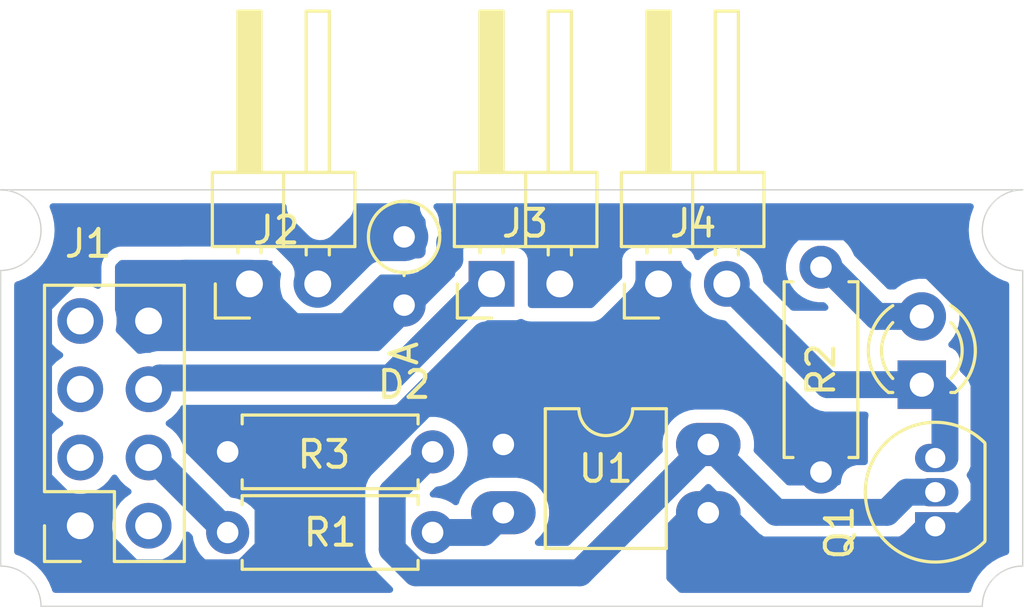
<source format=kicad_pcb>
(kicad_pcb (version 20241229) (generator "pcbnew") (generator_version "9.0")
  (layers (0 "F.Cu" signal) (2 "B.Cu" signal) (13 "F.Paste" user) (15 "B.Paste" user) (5 "F.SilkS" user "F.Silkscreen") (7 "B.SilkS" user "B.Silkscreen") (1 "F.Mask" user) (3 "B.Mask" user) (25 "Edge.Cuts" user))
  (net 0 "")
  (net 1 "Net-(D1-K)")
  (net 2 "GND")
  (net 3 "Net-(Q1-B)")
  (net 4 "Net-(D1-A)")
  (net 5 "+3V3")
  (net 6 "Net-(R1-Pad2)")
  (net 7 "/IO3{slash}RX")
  (net 8 "/IO1{slash}TX")
  (net 9 "/ENB")
  (net 10 "IO0")
  (net 11 "IO2")
  (net 12 "/RST")
  (footprint "LED_THT:LED_D3.0mm" (layer "F.Cu") (at 60.75 32.25 90)
    (property "Reference" "D1" (hide yes))
    (property "Value" "LED")
    (fp_line (start -0.29 -1.236) (end -0.29 -1.08) (stroke (width 0.12)) (layer "F.SilkS"))
    (fp_line (start -0.29 1.08) (end -0.29 1.236) (stroke (width 0.12)) (layer "F.SilkS"))
    (fp_arc (start -0.29 -1.235516) (mid 1.36566 -1.987699) (end 2.941437 -1.08) (stroke (width 0.12)) (layer "F.SilkS"))
    (fp_arc (start 0.229039 -1.08) (mid 1.27 -1.5) (end 2.310961 -1.08) (stroke (width 0.12)) (layer "F.SilkS"))
    (fp_arc (start 2.941437 1.08) (mid 1.36566 1.987699) (end -0.29 1.235516) (stroke (width 0.12)) (layer "F.SilkS"))
    (fp_arc (start 2.310961 1.08) (mid 1.27 1.5) (end 0.229039 1.08) (stroke (width 0.12)) (layer "F.SilkS"))
    (pad "1" thru_hole rect (at 0 0 90) (size 1.8 1.8) (drill 0.9) (layers "*.Cu" "*.Mask") (net 1 "Net-(D1-K)"))
    (pad "2" thru_hole circle (at 2.54 0 90) (size 1.8 1.8) (drill 0.9) (layers "*.Cu" "*.Mask") (net 4 "Net-(D1-A)"))
  )
  (footprint "Connector_PinHeader_2.54mm:PinHeader_1x02_P2.54mm_Horizontal" (layer "F.Cu") (at 44.75 28.5 90)
    (property "Reference" "J3" (at 2.25 1.25 180) (layer "F.SilkS"))
    (property "Value" "Push Button")
    (fp_line (start 4.15 -1.38) (end 1.39 -1.38) (stroke (width 0.12)) (layer "F.SilkS"))
    (fp_line (start 1.39 -1.38) (end 1.39 3.92) (stroke (width 0.12)) (layer "F.SilkS"))
    (fp_line (start -1.27 -1.27) (end 0 -1.27) (stroke (width 0.12)) (layer "F.SilkS"))
    (fp_line (start 1.16 -0.43) (end 1.39 -0.43) (stroke (width 0.12)) (layer "F.SilkS"))
    (fp_line (start -1.27 0) (end -1.27 -1.27) (stroke (width 0.12)) (layer "F.SilkS"))
    (fp_line (start 1.16 0.43) (end 1.39 0.43) (stroke (width 0.12)) (layer "F.SilkS"))
    (fp_line (start 1.39 1.27) (end 4.15 1.27) (stroke (width 0.12)) (layer "F.SilkS"))
    (fp_line (start 10.15 2.11) (end 10.15 2.97) (stroke (width 0.12)) (layer "F.SilkS"))
    (fp_line (start 4.15 2.11) (end 10.15 2.11) (stroke (width 0.12)) (layer "F.SilkS"))
    (fp_line (start 1.077358 2.11) (end 1.39 2.11) (stroke (width 0.12)) (layer "F.SilkS"))
    (fp_line (start 10.15 2.97) (end 4.15 2.97) (stroke (width 0.12)) (layer "F.SilkS"))
    (fp_line (start 1.077358 2.97) (end 1.39 2.97) (stroke (width 0.12)) (layer "F.SilkS"))
    (fp_line (start 4.15 3.92) (end 4.15 -1.38) (stroke (width 0.12)) (layer "F.SilkS"))
    (fp_line (start 1.39 3.92) (end 4.15 3.92) (stroke (width 0.12)) (layer "F.SilkS"))
    (fp_rect (start 4.15 -0.43) (end 10.15 0.43) (stroke (width 0.12)) (fill yes) (layer "F.SilkS"))
    (pad "1" thru_hole rect (at 0 0 90) (size 1.7 1.7) (drill 1) (layers "*.Cu" "*.Mask") (net 11 "IO2"))
    (pad "2" thru_hole circle (at 0 2.54 90) (size 1.7 1.7) (drill 1) (layers "*.Cu" "*.Mask") (net 2 "GND"))
  )
  (footprint "Package_TO_SOT_THT:TO-92_Inline" (layer "F.Cu") (at 61.25 37.52 90)
    (property "Reference" "Q1" (at -0.23 -3.56 90) (layer "F.SilkS"))
    (property "Value" "2N2222A" (hide yes))
    (fp_line (start -0.53 1.85) (end 3.07 1.85) (stroke (width 0.12)) (layer "F.SilkS"))
    (fp_arc (start 1.27 -2.6) (mid 3.672087 -0.994977) (end 3.108478 1.838478) (stroke (width 0.12)) (layer "F.SilkS"))
    (fp_arc (start -0.568478 1.838478) (mid -1.132087 -0.994977) (end 1.27 -2.6) (stroke (width 0.12)) (layer "F.SilkS"))
    (pad "1" thru_hole rect (at 0 0 90) (size 1.05 1.5) (drill 0.75) (layers "*.Cu" "*.Mask") (net 2 "GND"))
    (pad "2" thru_hole oval (at 1.27 0 90) (size 1.05 1.5) (drill 0.75) (layers "*.Cu" "*.Mask") (net 3 "Net-(Q1-B)"))
    (pad "3" thru_hole oval (at 2.54 0 90) (size 1.05 1.5) (drill 0.75) (layers "*.Cu" "*.Mask") (net 1 "Net-(D1-K)"))
  )
  (footprint "Connector_PinHeader_2.54mm:PinHeader_1x02_P2.54mm_Horizontal" (layer "F.Cu") (at 35.75 28.5 90)
    (property "Reference" "J2" (at 2 1 180) (layer "F.SilkS"))
    (property "Value" "Supply")
    (fp_line (start 4.15 -1.38) (end 1.39 -1.38) (stroke (width 0.12)) (layer "F.SilkS"))
    (fp_line (start 1.39 -1.38) (end 1.39 3.92) (stroke (width 0.12)) (layer "F.SilkS"))
    (fp_line (start -1.27 -1.27) (end 0 -1.27) (stroke (width 0.12)) (layer "F.SilkS"))
    (fp_line (start 1.16 -0.43) (end 1.39 -0.43) (stroke (width 0.12)) (layer "F.SilkS"))
    (fp_line (start -1.27 0) (end -1.27 -1.27) (stroke (width 0.12)) (layer "F.SilkS"))
    (fp_line (start 1.16 0.43) (end 1.39 0.43) (stroke (width 0.12)) (layer "F.SilkS"))
    (fp_line (start 1.39 1.27) (end 4.15 1.27) (stroke (width 0.12)) (layer "F.SilkS"))
    (fp_line (start 10.15 2.11) (end 10.15 2.97) (stroke (width 0.12)) (layer "F.SilkS"))
    (fp_line (start 4.15 2.11) (end 10.15 2.11) (stroke (width 0.12)) (layer "F.SilkS"))
    (fp_line (start 1.077358 2.11) (end 1.39 2.11) (stroke (width 0.12)) (layer "F.SilkS"))
    (fp_line (start 10.15 2.97) (end 4.15 2.97) (stroke (width 0.12)) (layer "F.SilkS"))
    (fp_line (start 1.077358 2.97) (end 1.39 2.97) (stroke (width 0.12)) (layer "F.SilkS"))
    (fp_line (start 4.15 3.92) (end 4.15 -1.38) (stroke (width 0.12)) (layer "F.SilkS"))
    (fp_line (start 1.39 3.92) (end 4.15 3.92) (stroke (width 0.12)) (layer "F.SilkS"))
    (fp_rect (start 4.15 -0.43) (end 10.15 0.43) (stroke (width 0.12)) (fill yes) (layer "F.SilkS"))
    (pad "1" thru_hole rect (at 0 0 90) (size 1.7 1.7) (drill 1) (layers "*.Cu" "*.Mask") (net 2 "GND"))
    (pad "2" thru_hole circle (at 0 2.54 90) (size 1.7 1.7) (drill 1) (layers "*.Cu" "*.Mask") (net 5 "+3V3"))
  )
  (footprint "Package_DIP:DIP-4_W7.62mm_LongPads" (layer "F.Cu") (at 45.19 34.475)
    (property "Reference" "U1" (at 3.81 0.89842 0) (layer "F.SilkS"))
    (property "Value" "PC123")
    (fp_line (start 1.56 -1.33) (end 1.56 3.87) (stroke (width 0.12)) (layer "F.SilkS"))
    (fp_line (start 1.56 3.87) (end 6.06 3.87) (stroke (width 0.12)) (layer "F.SilkS"))
    (fp_line (start 2.81 -1.33) (end 1.56 -1.33) (stroke (width 0.12)) (layer "F.SilkS"))
    (fp_line (start 6.06 -1.33) (end 4.81 -1.33) (stroke (width 0.12)) (layer "F.SilkS"))
    (fp_line (start 6.06 3.87) (end 6.06 -1.33) (stroke (width 0.12)) (layer "F.SilkS"))
    (fp_arc (start 4.81 -1.33) (mid 3.81 -0.33) (end 2.81 -1.33) (stroke (width 0.12)) (layer "F.SilkS"))
    (pad "1" thru_hole roundrect (at 0 0) (size 2.4 1.6) (drill 0.8) (layers "*.Cu" "*.Mask") (roundrect_rratio 0.15625) (net 5 "+3V3"))
    (pad "2" thru_hole oval (at 0 2.54) (size 2.4 1.6) (drill 0.8) (layers "*.Cu" "*.Mask") (net 6 "Net-(R1-Pad2)"))
    (pad "3" thru_hole oval (at 7.62 2.54) (size 2.4 1.6) (drill 0.8) (layers "*.Cu" "*.Mask") (net 2 "GND"))
    (pad "4" thru_hole oval (at 7.62 0) (size 2.4 1.6) (drill 0.8) (layers "*.Cu" "*.Mask") (net 3 "Net-(Q1-B)"))
  )
  (footprint "Resistor_THT:R_Axial_DIN0207_L6.3mm_D2.5mm_P7.62mm_Horizontal" (layer "F.Cu") (at 34.94 37.75)
    (property "Reference" "R1" (at 3.81 0 0) (layer "F.SilkS"))
    (property "Value" "100" (hide yes))
    (fp_line (start 0.54 -1.37) (end 7.08 -1.37) (stroke (width 0.12)) (layer "F.SilkS"))
    (fp_line (start 0.54 -1.04) (end 0.54 -1.37) (stroke (width 0.12)) (layer "F.SilkS"))
    (fp_line (start 0.54 1.04) (end 0.54 1.37) (stroke (width 0.12)) (layer "F.SilkS"))
    (fp_line (start 0.54 1.37) (end 7.08 1.37) (stroke (width 0.12)) (layer "F.SilkS"))
    (fp_line (start 7.08 -1.37) (end 7.08 -1.04) (stroke (width 0.12)) (layer "F.SilkS"))
    (fp_line (start 7.08 1.37) (end 7.08 1.04) (stroke (width 0.12)) (layer "F.SilkS"))
    (pad "1" thru_hole circle (at 0 0) (size 1.6 1.6) (drill 0.8) (layers "*.Cu" "*.Mask") (net 10 "IO0"))
    (pad "2" thru_hole circle (at 7.62 0) (size 1.6 1.6) (drill 0.8) (layers "*.Cu" "*.Mask") (net 6 "Net-(R1-Pad2)"))
  )
  (footprint "Resistor_THT:R_Axial_DIN0207_L6.3mm_D2.5mm_P7.62mm_Horizontal" (layer "F.Cu") (at 34.94 34.75)
    (property "Reference" "R3" (at 3.58 0.10158 0) (layer "F.SilkS"))
    (property "Value" "3.3k" (hide yes))
    (fp_line (start 0.54 -1.37) (end 7.08 -1.37) (stroke (width 0.12)) (layer "F.SilkS"))
    (fp_line (start 0.54 -1.04) (end 0.54 -1.37) (stroke (width 0.12)) (layer "F.SilkS"))
    (fp_line (start 0.54 1.04) (end 0.54 1.37) (stroke (width 0.12)) (layer "F.SilkS"))
    (fp_line (start 0.54 1.37) (end 7.08 1.37) (stroke (width 0.12)) (layer "F.SilkS"))
    (fp_line (start 7.08 -1.37) (end 7.08 -1.04) (stroke (width 0.12)) (layer "F.SilkS"))
    (fp_line (start 7.08 1.37) (end 7.08 1.04) (stroke (width 0.12)) (layer "F.SilkS"))
    (pad "1" thru_hole circle (at 0 0) (size 1.6 1.6) (drill 0.8) (layers "*.Cu" "*.Mask") (net 5 "+3V3"))
    (pad "2" thru_hole circle (at 7.62 0) (size 1.6 1.6) (drill 0.8) (layers "*.Cu" "*.Mask") (net 3 "Net-(Q1-B)"))
  )
  (footprint "Connector_PinSocket_2.54mm:PinSocket_2x04_P2.54mm_Vertical" (layer "F.Cu") (at 29.46 37.5 180)
    (property "Reference" "J1" (at -0.29 10.5 180) (layer "F.SilkS"))
    (property "Value" "ESP01S")
    (fp_line (start 1.33 1.27) (end 1.33 8.95) (stroke (width 0.12)) (layer "F.SilkS"))
    (fp_line (start 1.33 -1.33) (end 1.33 0) (stroke (width 0.12)) (layer "F.SilkS"))
    (fp_line (start 0 -1.33) (end 1.33 -1.33) (stroke (width 0.12)) (layer "F.SilkS"))
    (fp_line (start -1.27 1.27) (end 1.33 1.27) (stroke (width 0.12)) (layer "F.SilkS"))
    (fp_line (start -1.27 -1.33) (end -1.27 1.27) (stroke (width 0.12)) (layer "F.SilkS"))
    (fp_line (start -3.87 8.95) (end 1.33 8.95) (stroke (width 0.12)) (layer "F.SilkS"))
    (fp_line (start -3.87 -1.33) (end -1.27 -1.33) (stroke (width 0.12)) (layer "F.SilkS"))
    (fp_line (start -3.87 -1.33) (end -3.87 8.95) (stroke (width 0.12)) (layer "F.SilkS"))
    (pad "1" thru_hole rect (at 0 0 180) (size 1.7 1.7) (drill 1) (layers "*.Cu" "*.Mask") (net 5 "+3V3"))
    (pad "2" thru_hole circle (at -2.54 0 180) (size 1.7 1.7) (drill 1) (layers "*.Cu" "*.Mask") (net 7 "/IO3{slash}RX"))
    (pad "3" thru_hole circle (at 0 2.54 180) (size 1.7 1.7) (drill 1) (layers "*.Cu" "*.Mask") (net 12 "/RST"))
    (pad "4" thru_hole circle (at -2.54 2.54 180) (size 1.7 1.7) (drill 1) (layers "*.Cu" "*.Mask") (net 10 "IO0"))
    (pad "5" thru_hole circle (at 0 5.08 180) (size 1.7 1.7) (drill 1) (layers "*.Cu" "*.Mask") (net 9 "/ENB"))
    (pad "6" thru_hole circle (at -2.54 5.08 180) (size 1.7 1.7) (drill 1) (layers "*.Cu" "*.Mask") (net 11 "IO2"))
    (pad "7" thru_hole circle (at 0 7.62 180) (size 1.7 1.7) (drill 1) (layers "*.Cu" "*.Mask") (net 8 "/IO1{slash}TX"))
    (pad "8" thru_hole circle (at -2.54 7.62 180) (size 1.7 1.7) (drill 1) (layers "*.Cu" "*.Mask") (net 2 "GND"))
  )
  (footprint "Diode_THT:D_DO-35_SOD27_P2.54mm_Vertical_AnodeUp" (layer "F.Cu") (at 41.5 26.75 -90)
    (property "Reference" "D2" (at 5.5 0 180) (layer "F.SilkS"))
    (property "Value" "3v6")
    (fp_line (start 1.326371 0) (end 1.44 0) (stroke (width 0.12)) (layer "F.SilkS"))
    (fp_circle (center 0 0) (end 1.326371 0) (stroke (width 0.12)) (fill no) (layer "F.SilkS"))
    (fp_text user "A" (at 4.34 0 90) (layer "F.SilkS"))
    (pad "1" thru_hole roundrect (at 0 0 270) (size 1.6 1.6) (drill 0.8) (layers "*.Cu" "*.Mask") (roundrect_rratio 0.15625) (net 5 "+3V3"))
    (pad "2" thru_hole circle (at 2.54 0 270) (size 1.6 1.6) (drill 0.8) (layers "*.Cu" "*.Mask") (net 2 "GND"))
  )
  (footprint "Resistor_THT:R_Axial_DIN0207_L6.3mm_D2.5mm_P7.62mm_Horizontal" (layer "F.Cu") (at 57 35.5 90)
    (property "Reference" "R2" (at 3.81 0 90) (layer "F.SilkS"))
    (property "Value" "220" (hide yes))
    (fp_line (start 7.08 -1.37) (end 7.08 -1.04) (stroke (width 0.12)) (layer "F.SilkS"))
    (fp_line (start 0.54 -1.37) (end 7.08 -1.37) (stroke (width 0.12)) (layer "F.SilkS"))
    (fp_line (start 0.54 -1.04) (end 0.54 -1.37) (stroke (width 0.12)) (layer "F.SilkS"))
    (fp_line (start 0.54 1.04) (end 0.54 1.37) (stroke (width 0.12)) (layer "F.SilkS"))
    (fp_line (start 7.08 1.37) (end 7.08 1.04) (stroke (width 0.12)) (layer "F.SilkS"))
    (fp_line (start 0.54 1.37) (end 7.08 1.37) (stroke (width 0.12)) (layer "F.SilkS"))
    (pad "1" thru_hole circle (at 0 0 90) (size 1.6 1.6) (drill 0.8) (layers "*.Cu" "*.Mask") (net 5 "+3V3"))
    (pad "2" thru_hole circle (at 7.62 0 90) (size 1.6 1.6) (drill 0.8) (layers "*.Cu" "*.Mask") (net 4 "Net-(D1-A)"))
  )
  (footprint "Connector_PinHeader_2.54mm:PinHeader_1x02_P2.54mm_Horizontal" (layer "F.Cu") (at 50.96 28.5 90)
    (property "Reference" "J4" (at 2.25 1.29 180) (layer "F.SilkS"))
    (property "Value" "Relay")
    (fp_line (start 4.15 -1.38) (end 1.39 -1.38) (stroke (width 0.12)) (layer "F.SilkS"))
    (fp_line (start 1.39 -1.38) (end 1.39 3.92) (stroke (width 0.12)) (layer "F.SilkS"))
    (fp_line (start -1.27 -1.27) (end 0 -1.27) (stroke (width 0.12)) (layer "F.SilkS"))
    (fp_line (start 1.16 -0.43) (end 1.39 -0.43) (stroke (width 0.12)) (layer "F.SilkS"))
    (fp_line (start -1.27 0) (end -1.27 -1.27) (stroke (width 0.12)) (layer "F.SilkS"))
    (fp_line (start 1.16 0.43) (end 1.39 0.43) (stroke (width 0.12)) (layer "F.SilkS"))
    (fp_line (start 1.39 1.27) (end 4.15 1.27) (stroke (width 0.12)) (layer "F.SilkS"))
    (fp_line (start 10.15 2.11) (end 10.15 2.97) (stroke (width 0.12)) (layer "F.SilkS"))
    (fp_line (start 4.15 2.11) (end 10.15 2.11) (stroke (width 0.12)) (layer "F.SilkS"))
    (fp_line (start 1.077358 2.11) (end 1.39 2.11) (stroke (width 0.12)) (layer "F.SilkS"))
    (fp_line (start 10.15 2.97) (end 4.15 2.97) (stroke (width 0.12)) (layer "F.SilkS"))
    (fp_line (start 1.077358 2.97) (end 1.39 2.97) (stroke (width 0.12)) (layer "F.SilkS"))
    (fp_line (start 4.15 3.92) (end 4.15 -1.38) (stroke (width 0.12)) (layer "F.SilkS"))
    (fp_line (start 1.39 3.92) (end 4.15 3.92) (stroke (width 0.12)) (layer "F.SilkS"))
    (fp_rect (start 4.15 -0.43) (end 10.15 0.43) (stroke (width 0.12)) (fill yes) (layer "F.SilkS"))
    (pad "1" thru_hole rect (at 0 0 90) (size 1.7 1.7) (drill 1) (layers "*.Cu" "*.Mask") (net 5 "+3V3"))
    (pad "2" thru_hole circle (at 0 2.54 90) (size 1.7 1.7) (drill 1) (layers "*.Cu" "*.Mask") (net 1 "Net-(D1-K)"))
  )
  (gr_arc (start 64.5 28) (mid 63 26.5) (end 64.5 25) (stroke (width 0.05)) (layer "Edge.Cuts"))
  (gr_arc (start 26.5 39) (mid 27.56066 39.43934) (end 28 40.5) (stroke (width 0.05)) (layer "Edge.Cuts"))
  (gr_line (start 26.5 28) (end 26.5 39) (stroke (width 0.05)) (layer "Edge.Cuts"))
  (gr_line (start 63 40.5) (end 28 40.5) (stroke (width 0.05)) (layer "Edge.Cuts"))
  (gr_arc (start 63 40.5) (mid 63.43934 39.43934) (end 64.5 39) (stroke (width 0.05)) (layer "Edge.Cuts"))
  (gr_arc (start 26.5 25) (mid 28 26.5) (end 26.5 28) (stroke (width 0.05)) (layer "Edge.Cuts"))
  (gr_line (start 64.5 28) (end 64.5 39) (stroke (width 0.05)) (layer "Edge.Cuts"))
  (gr_line (start 26.5 25) (end 64.5 25) (stroke (width 0.05)) (layer "Edge.Cuts"))
  (segment (start 61.25 32.25) (end 57.25 32.25) (width 1) (layer "B.Cu") (net 1))
  (segment (start 61.61 34.98) (end 61.61 32.61) (width 1) (layer "B.Cu") (net 1))
  (segment (start 57.25 32.25) (end 53.75 28.75) (width 1) (layer "B.Cu") (net 1))
  (segment (start 61.61 32.61) (end 61.25 32.25) (width 1) (layer "B.Cu") (net 1))
  (segment (start 37.339999 30.089999) (end 35.75 28.5) (width 1) (layer "B.Cu") (net 2))
  (segment (start 49.411 26.379) (end 59.683156 26.379) (width 1) (layer "B.Cu") (net 2))
  (segment (start 32 29.88) (end 33.38 28.5) (width 1.8) (layer "B.Cu") (net 2))
  (segment (start 43.573685 26.574315) (end 46.566396 26.574315) (width 1) (layer "B.Cu") (net 2))
  (segment (start 33.38 28.5) (end 35.75 28.5) (width 1.8) (layer "B.Cu") (net 2))
  (segment (start 43.199 26.949) (end 43.573685 26.574315) (width 1) (layer "B.Cu") (net 2))
  (segment (start 63.061 29.756844) (end 63.061 36.757826) (width 1) (layer "B.Cu") (net 2))
  (segment (start 47.29 28.5) (end 49.411 26.379) (width 1) (layer "B.Cu") (net 2))
  (segment (start 47.29 27.297919) (end 47.29 28.5) (width 1) (layer "B.Cu") (net 2))
  (segment (start 43.199 27.591) (end 43.199 26.949) (width 1) (layer "B.Cu") (net 2))
  (segment (start 62.298826 37.52) (end 61.61 37.52) (width 1) (layer "B.Cu") (net 2))
  (segment (start 41.5 29.29) (end 40.700001 30.089999) (width 1) (layer "B.Cu") (net 2))
  (segment (start 52.81 37.015) (end 54.195 38.4) (width 1) (layer "B.Cu") (net 2))
  (segment (start 59.683156 26.379) (end 63.061 29.756844) (width 1) (layer "B.Cu") (net 2))
  (segment (start 46.566396 26.574315) (end 47.29 27.297919) (width 1) (layer "B.Cu") (net 2))
  (segment (start 41.5 29.29) (end 43.199 27.591) (width 1) (layer "B.Cu") (net 2))
  (segment (start 63.061 36.757826) (end 62.298826 37.52) (width 1) (layer "B.Cu") (net 2))
  (segment (start 40.700001 30.089999) (end 37.339999 30.089999) (width 1) (layer "B.Cu") (net 2))
  (segment (start 60.73 38.4) (end 61.61 37.52) (width 1) (layer "B.Cu") (net 2))
  (segment (start 54.195 38.4) (end 60.73 38.4) (width 1) (layer "B.Cu") (net 2))
  (segment (start 61.61 36.25) (end 61.585 36.275) (width 1) (layer "B.Cu") (net 3))
  (segment (start 42.56 34.75) (end 41.059 36.251) (width 1) (layer "B.Cu") (net 3))
  (segment (start 41.059 38.371735) (end 41.938265 39.251) (width 1) (layer "B.Cu") (net 3))
  (segment (start 60.203 36.25) (end 59.452 37.001) (width 1) (layer "B.Cu") (net 3))
  (segment (start 52.81 34.475) (end 48.034 39.251) (width 1) (layer "B.Cu") (net 3))
  (segment (start 61.61 36.25) (end 60.203 36.25) (width 1) (layer "B.Cu") (net 3))
  (segment (start 59.452 37.001) (end 55.336 37.001) (width 1) (layer "B.Cu") (net 3))
  (segment (start 55.336 37.001) (end 52.81 34.475) (width 1) (layer "B.Cu") (net 3))
  (segment (start 41.938265 39.251) (end 48.034 39.251) (width 1) (layer "B.Cu") (net 3))
  (segment (start 41.059 36.251) (end 41.059 38.371735) (width 1) (layer "B.Cu") (net 3))
  (segment (start 60.75 29.71) (end 59.08 29.71) (width 1) (layer "B.Cu") (net 4))
  (segment (start 59.08 29.71) (end 57.25 27.88) (width 1) (layer "B.Cu") (net 4))
  (segment (start 48.96 30.5) (end 44.545844 30.5) (width 1.2) (layer "B.Cu") (net 5))
  (segment (start 36.541 36.351) (end 38.694844 36.351) (width 1.2) (layer "B.Cu") (net 5))
  (segment (start 43.009946 32.294946) (end 42.750898 32.294946) (width 1.2) (layer "B.Cu") (net 5))
  (segment (start 41.5 26.75) (end 40.028999 26.75) (width 1.8) (layer "B.Cu") (net 5))
  (segment (start 45.19 34.475) (end 43.009946 32.294946) (width 1.2) (layer "B.Cu") (net 5))
  (segment (start 29.46 37.5) (end 27.809 35.849) (width 1.2) (layer "B.Cu") (net 5))
  (segment (start 36.910159 26.509159) (end 38.29 27.889) (width 1.2) (layer "B.Cu") (net 5))
  (segment (start 38.694844 36.351) (end 42.750898 32.294946) (width 1.2) (layer "B.Cu") (net 5))
  (segment (start 36.541 38.413156) (end 36.541 36.351) (width 1.2) (layer "B.Cu") (net 5))
  (segment (start 44.545844 30.5) (end 42.750898 32.294946) (width 1.2) (layer "B.Cu") (net 5))
  (segment (start 40.028999 26.75) (end 38.29 28.488999) (width 1.8) (layer "B.Cu") (net 5))
  (segment (start 35.603156 39.351) (end 36.541 38.413156) (width 1.2) (layer "B.Cu") (net 5))
  (segment (start 38.29 27.889) (end 38.29 28.5) (width 1.2) (layer "B.Cu") (net 5))
  (segment (start 35.603156 39.351) (end 31.311 39.351) (width 1.2) (layer "B.Cu") (net 5))
  (segment (start 27.809 29.196133) (end 30.495974 26.509159) (width 1.2) (layer "B.Cu") (net 5))
  (segment (start 53.794946 32.294946) (end 57 35.5) (width 1.2) (layer "B.Cu") (net 5))
  (segment (start 42.750898 32.294946) (end 53.794946 32.294946) (width 1.2) (layer "B.Cu") (net 5))
  (segment (start 36.541 36.351) (end 34.94 34.75) (width 1.2) (layer "B.Cu") (net 5))
  (segment (start 30.495974 26.509159) (end 36.910159 26.509159) (width 1.2) (layer "B.Cu") (net 5))
  (segment (start 50.96 28.5) (end 48.96 30.5) (width 1.2) (layer "B.Cu") (net 5))
  (segment (start 27.809 35.849) (end 27.809 29.196133) (width 1.2) (layer "B.Cu") (net 5))
  (segment (start 31.311 39.351) (end 29.46 37.5) (width 1.2) (layer "B.Cu") (net 5))
  (segment (start 42.56 37.75) (end 44.455 37.75) (width 1) (layer "B.Cu") (net 6))
  (segment (start 44.455 37.75) (end 45.19 37.015) (width 1) (layer "B.Cu") (net 6))
  (segment (start 32.15 34.96) (end 34.94 37.75) (width 1) (layer "B.Cu") (net 10))
  (segment (start 41 32) (end 44.5 28.5) (width 1) (layer "B.Cu") (net 11))
  (segment (start 32.42 32) (end 41 32) (width 1) (layer "B.Cu") (net 11))
  (segment (start 32 32.42) (end 32.42 32) (width 1) (layer "B.Cu") (net 11))
  (zone (net 5) (net_name "+3V3") (layer "B.Cu") (priority 2) (connect_pads yes (clearance 0.5)) (min_thickness 0.25) (fill yes (thermal_gap 0.5) (thermal_bridge_width 0.5) (smoothing chamfer) (radius 1))
    (polygon (pts (xy 26.5 25) (xy 64.5 25) (xy 64.5 40.5) (xy 26.5 40.5)))
  )
  (zone (net 2) (net_name "GND") (layer "B.Cu") (priority 3) (connect_pads yes (clearance 0.5)) (min_thickness 0.25) (fill yes (thermal_gap 0.5) (thermal_bridge_width 0.5) (smoothing chamfer) (radius 1))
    (polygon (pts (xy 51.25 35.75) (xy 59.25 35.75) (xy 59.25 29.5) (xy 45.75 29.5) (xy 45.75 31.25) (xy 30.75 31.25) (xy 30.75 25) (xy 64.5 25) (xy 64.5 40.5) (xy 51.25 40.5)))
  )
)
</source>
